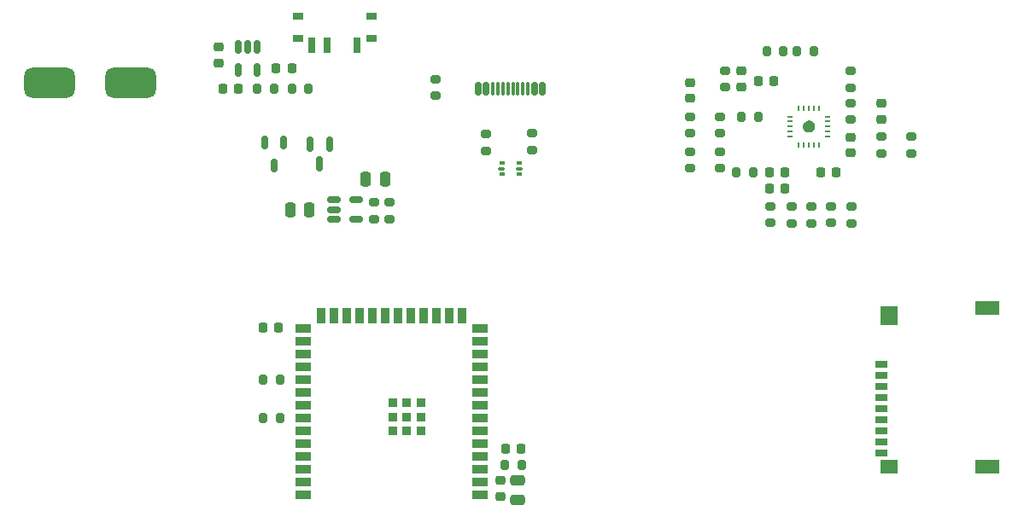
<source format=gtp>
G04 #@! TF.GenerationSoftware,KiCad,Pcbnew,8.0.0*
G04 #@! TF.CreationDate,2024-04-04T13:49:03-04:00*
G04 #@! TF.ProjectId,ecg_board,6563675f-626f-4617-9264-2e6b69636164,rev?*
G04 #@! TF.SameCoordinates,Original*
G04 #@! TF.FileFunction,Paste,Top*
G04 #@! TF.FilePolarity,Positive*
%FSLAX46Y46*%
G04 Gerber Fmt 4.6, Leading zero omitted, Abs format (unit mm)*
G04 Created by KiCad (PCBNEW 8.0.0) date 2024-04-04 13:49:03*
%MOMM*%
%LPD*%
G01*
G04 APERTURE LIST*
G04 Aperture macros list*
%AMRoundRect*
0 Rectangle with rounded corners*
0 $1 Rounding radius*
0 $2 $3 $4 $5 $6 $7 $8 $9 X,Y pos of 4 corners*
0 Add a 4 corners polygon primitive as box body*
4,1,4,$2,$3,$4,$5,$6,$7,$8,$9,$2,$3,0*
0 Add four circle primitives for the rounded corners*
1,1,$1+$1,$2,$3*
1,1,$1+$1,$4,$5*
1,1,$1+$1,$6,$7*
1,1,$1+$1,$8,$9*
0 Add four rect primitives between the rounded corners*
20,1,$1+$1,$2,$3,$4,$5,0*
20,1,$1+$1,$4,$5,$6,$7,0*
20,1,$1+$1,$6,$7,$8,$9,0*
20,1,$1+$1,$8,$9,$2,$3,0*%
G04 Aperture macros list end*
%ADD10C,0.127000*%
%ADD11RoundRect,0.750000X-1.750000X-0.750000X1.750000X-0.750000X1.750000X0.750000X-1.750000X0.750000X0*%
%ADD12RoundRect,0.200000X0.275000X-0.200000X0.275000X0.200000X-0.275000X0.200000X-0.275000X-0.200000X0*%
%ADD13RoundRect,0.200000X0.200000X0.275000X-0.200000X0.275000X-0.200000X-0.275000X0.200000X-0.275000X0*%
%ADD14RoundRect,0.200000X-0.275000X0.200000X-0.275000X-0.200000X0.275000X-0.200000X0.275000X0.200000X0*%
%ADD15RoundRect,0.225000X-0.225000X-0.250000X0.225000X-0.250000X0.225000X0.250000X-0.225000X0.250000X0*%
%ADD16RoundRect,0.250000X0.250000X0.475000X-0.250000X0.475000X-0.250000X-0.475000X0.250000X-0.475000X0*%
%ADD17RoundRect,0.150000X-0.150000X0.587500X-0.150000X-0.587500X0.150000X-0.587500X0.150000X0.587500X0*%
%ADD18R,1.000000X0.800000*%
%ADD19R,0.700000X1.500000*%
%ADD20RoundRect,0.225000X-0.250000X0.225000X-0.250000X-0.225000X0.250000X-0.225000X0.250000X0.225000X0*%
%ADD21RoundRect,0.225000X0.225000X0.250000X-0.225000X0.250000X-0.225000X-0.250000X0.225000X-0.250000X0*%
%ADD22RoundRect,0.200000X-0.200000X-0.275000X0.200000X-0.275000X0.200000X0.275000X-0.200000X0.275000X0*%
%ADD23RoundRect,0.250000X-0.250000X-0.475000X0.250000X-0.475000X0.250000X0.475000X-0.250000X0.475000X0*%
%ADD24RoundRect,0.150000X-0.150000X0.512500X-0.150000X-0.512500X0.150000X-0.512500X0.150000X0.512500X0*%
%ADD25R,0.250000X0.500000*%
%ADD26R,0.500000X0.250000*%
%ADD27R,0.900000X0.900000*%
%ADD28R,1.500000X0.900000*%
%ADD29R,0.900000X1.500000*%
%ADD30RoundRect,0.225000X0.250000X-0.225000X0.250000X0.225000X-0.250000X0.225000X-0.250000X-0.225000X0*%
%ADD31RoundRect,0.150000X-0.512500X-0.150000X0.512500X-0.150000X0.512500X0.150000X-0.512500X0.150000X0*%
%ADD32RoundRect,0.218750X-0.218750X-0.256250X0.218750X-0.256250X0.218750X0.256250X-0.218750X0.256250X0*%
%ADD33RoundRect,0.250000X-0.475000X0.250000X-0.475000X-0.250000X0.475000X-0.250000X0.475000X0.250000X0*%
%ADD34RoundRect,0.093750X0.156250X0.093750X-0.156250X0.093750X-0.156250X-0.093750X0.156250X-0.093750X0*%
%ADD35RoundRect,0.075000X0.250000X0.075000X-0.250000X0.075000X-0.250000X-0.075000X0.250000X-0.075000X0*%
%ADD36R,1.300000X0.700000*%
%ADD37R,1.651000X1.447800*%
%ADD38R,2.438400X1.447800*%
%ADD39R,1.651000X1.854200*%
%ADD40RoundRect,0.150000X0.150000X0.500000X-0.150000X0.500000X-0.150000X-0.500000X0.150000X-0.500000X0*%
%ADD41RoundRect,0.075000X0.075000X0.575000X-0.075000X0.575000X-0.075000X-0.575000X0.075000X-0.575000X0*%
G04 APERTURE END LIST*
D10*
X179552000Y-69818000D02*
X179578000Y-69820000D01*
X179604000Y-69823000D01*
X179631000Y-69828000D01*
X179656000Y-69834000D01*
X179682000Y-69842000D01*
X179707000Y-69851000D01*
X179732000Y-69861000D01*
X179756000Y-69872000D01*
X179779000Y-69885000D01*
X179802000Y-69899000D01*
X179824000Y-69914000D01*
X179845000Y-69930000D01*
X179865000Y-69947000D01*
X179884000Y-69966000D01*
X179903000Y-69985000D01*
X179920000Y-70005000D01*
X179936000Y-70026000D01*
X179951000Y-70048000D01*
X179965000Y-70071000D01*
X179978000Y-70094000D01*
X179989000Y-70118000D01*
X179999000Y-70143000D01*
X180008000Y-70168000D01*
X180016000Y-70194000D01*
X180022000Y-70219000D01*
X180027000Y-70246000D01*
X180030000Y-70272000D01*
X180032000Y-70298000D01*
X180033000Y-70325000D01*
X180032000Y-70352000D01*
X180030000Y-70378000D01*
X180027000Y-70404000D01*
X180022000Y-70431000D01*
X180016000Y-70456000D01*
X180008000Y-70482000D01*
X179999000Y-70507000D01*
X179989000Y-70532000D01*
X179978000Y-70556000D01*
X179965000Y-70579000D01*
X179951000Y-70602000D01*
X179936000Y-70624000D01*
X179920000Y-70645000D01*
X179903000Y-70665000D01*
X179884000Y-70684000D01*
X179865000Y-70703000D01*
X179845000Y-70720000D01*
X179824000Y-70736000D01*
X179802000Y-70751000D01*
X179779000Y-70765000D01*
X179756000Y-70778000D01*
X179732000Y-70789000D01*
X179707000Y-70799000D01*
X179682000Y-70808000D01*
X179656000Y-70816000D01*
X179631000Y-70822000D01*
X179604000Y-70827000D01*
X179578000Y-70830000D01*
X179552000Y-70832000D01*
X179525000Y-70833000D01*
X179498000Y-70832000D01*
X179472000Y-70830000D01*
X179446000Y-70827000D01*
X179419000Y-70822000D01*
X179394000Y-70816000D01*
X179368000Y-70808000D01*
X179343000Y-70799000D01*
X179318000Y-70789000D01*
X179294000Y-70778000D01*
X179271000Y-70765000D01*
X179248000Y-70751000D01*
X179226000Y-70736000D01*
X179205000Y-70720000D01*
X179185000Y-70703000D01*
X179166000Y-70684000D01*
X179147000Y-70665000D01*
X179130000Y-70645000D01*
X179114000Y-70624000D01*
X179099000Y-70602000D01*
X179085000Y-70579000D01*
X179072000Y-70556000D01*
X179061000Y-70532000D01*
X179051000Y-70507000D01*
X179042000Y-70482000D01*
X179034000Y-70456000D01*
X179028000Y-70431000D01*
X179023000Y-70404000D01*
X179020000Y-70378000D01*
X179018000Y-70352000D01*
X179017000Y-70325000D01*
X179018000Y-70298000D01*
X179020000Y-70272000D01*
X179023000Y-70246000D01*
X179028000Y-70219000D01*
X179034000Y-70194000D01*
X179042000Y-70168000D01*
X179051000Y-70143000D01*
X179061000Y-70118000D01*
X179072000Y-70094000D01*
X179085000Y-70071000D01*
X179099000Y-70048000D01*
X179114000Y-70026000D01*
X179130000Y-70005000D01*
X179147000Y-69985000D01*
X179166000Y-69966000D01*
X179185000Y-69947000D01*
X179205000Y-69930000D01*
X179226000Y-69914000D01*
X179248000Y-69899000D01*
X179271000Y-69885000D01*
X179294000Y-69872000D01*
X179318000Y-69861000D01*
X179343000Y-69851000D01*
X179368000Y-69842000D01*
X179394000Y-69834000D01*
X179419000Y-69828000D01*
X179446000Y-69823000D01*
X179472000Y-69820000D01*
X179498000Y-69818000D01*
X179525000Y-69817000D01*
X179552000Y-69818000D01*
G36*
X179552000Y-69818000D02*
G01*
X179578000Y-69820000D01*
X179604000Y-69823000D01*
X179631000Y-69828000D01*
X179656000Y-69834000D01*
X179682000Y-69842000D01*
X179707000Y-69851000D01*
X179732000Y-69861000D01*
X179756000Y-69872000D01*
X179779000Y-69885000D01*
X179802000Y-69899000D01*
X179824000Y-69914000D01*
X179845000Y-69930000D01*
X179865000Y-69947000D01*
X179884000Y-69966000D01*
X179903000Y-69985000D01*
X179920000Y-70005000D01*
X179936000Y-70026000D01*
X179951000Y-70048000D01*
X179965000Y-70071000D01*
X179978000Y-70094000D01*
X179989000Y-70118000D01*
X179999000Y-70143000D01*
X180008000Y-70168000D01*
X180016000Y-70194000D01*
X180022000Y-70219000D01*
X180027000Y-70246000D01*
X180030000Y-70272000D01*
X180032000Y-70298000D01*
X180033000Y-70325000D01*
X180032000Y-70352000D01*
X180030000Y-70378000D01*
X180027000Y-70404000D01*
X180022000Y-70431000D01*
X180016000Y-70456000D01*
X180008000Y-70482000D01*
X179999000Y-70507000D01*
X179989000Y-70532000D01*
X179978000Y-70556000D01*
X179965000Y-70579000D01*
X179951000Y-70602000D01*
X179936000Y-70624000D01*
X179920000Y-70645000D01*
X179903000Y-70665000D01*
X179884000Y-70684000D01*
X179865000Y-70703000D01*
X179845000Y-70720000D01*
X179824000Y-70736000D01*
X179802000Y-70751000D01*
X179779000Y-70765000D01*
X179756000Y-70778000D01*
X179732000Y-70789000D01*
X179707000Y-70799000D01*
X179682000Y-70808000D01*
X179656000Y-70816000D01*
X179631000Y-70822000D01*
X179604000Y-70827000D01*
X179578000Y-70830000D01*
X179552000Y-70832000D01*
X179525000Y-70833000D01*
X179498000Y-70832000D01*
X179472000Y-70830000D01*
X179446000Y-70827000D01*
X179419000Y-70822000D01*
X179394000Y-70816000D01*
X179368000Y-70808000D01*
X179343000Y-70799000D01*
X179318000Y-70789000D01*
X179294000Y-70778000D01*
X179271000Y-70765000D01*
X179248000Y-70751000D01*
X179226000Y-70736000D01*
X179205000Y-70720000D01*
X179185000Y-70703000D01*
X179166000Y-70684000D01*
X179147000Y-70665000D01*
X179130000Y-70645000D01*
X179114000Y-70624000D01*
X179099000Y-70602000D01*
X179085000Y-70579000D01*
X179072000Y-70556000D01*
X179061000Y-70532000D01*
X179051000Y-70507000D01*
X179042000Y-70482000D01*
X179034000Y-70456000D01*
X179028000Y-70431000D01*
X179023000Y-70404000D01*
X179020000Y-70378000D01*
X179018000Y-70352000D01*
X179017000Y-70325000D01*
X179018000Y-70298000D01*
X179020000Y-70272000D01*
X179023000Y-70246000D01*
X179028000Y-70219000D01*
X179034000Y-70194000D01*
X179042000Y-70168000D01*
X179051000Y-70143000D01*
X179061000Y-70118000D01*
X179072000Y-70094000D01*
X179085000Y-70071000D01*
X179099000Y-70048000D01*
X179114000Y-70026000D01*
X179130000Y-70005000D01*
X179147000Y-69985000D01*
X179166000Y-69966000D01*
X179185000Y-69947000D01*
X179205000Y-69930000D01*
X179226000Y-69914000D01*
X179248000Y-69899000D01*
X179271000Y-69885000D01*
X179294000Y-69872000D01*
X179318000Y-69861000D01*
X179343000Y-69851000D01*
X179368000Y-69842000D01*
X179394000Y-69834000D01*
X179419000Y-69828000D01*
X179446000Y-69823000D01*
X179472000Y-69820000D01*
X179498000Y-69818000D01*
X179525000Y-69817000D01*
X179552000Y-69818000D01*
G37*
D11*
X112250000Y-66000000D03*
X104250000Y-66000000D03*
D12*
X179750000Y-79925000D03*
X179750000Y-78275000D03*
D13*
X174500000Y-69325000D03*
X172850000Y-69325000D03*
D14*
X171175000Y-64775000D03*
X171175000Y-66425000D03*
D15*
X180675000Y-74825000D03*
X182225000Y-74825000D03*
D14*
X183675000Y-64825000D03*
X183675000Y-66475000D03*
D12*
X181675000Y-79900000D03*
X181675000Y-78250000D03*
D16*
X137487500Y-75550000D03*
X135587500Y-75550000D03*
D17*
X131987500Y-72112500D03*
X130087500Y-72112500D03*
X131037500Y-73987500D03*
D14*
X189675000Y-71325000D03*
X189675000Y-72975000D03*
D18*
X136150000Y-61610000D03*
X136150000Y-59400000D03*
X128850000Y-61610000D03*
X128850000Y-59400000D03*
D19*
X134750000Y-62260000D03*
X131750000Y-62260000D03*
X130250000Y-62260000D03*
D20*
X172850000Y-64825000D03*
X172850000Y-66375000D03*
D14*
X142500000Y-65600000D03*
X142500000Y-67250000D03*
D13*
X174000000Y-74825000D03*
X172350000Y-74825000D03*
D21*
X176050000Y-65825000D03*
X174500000Y-65825000D03*
X177175000Y-74825000D03*
X175625000Y-74825000D03*
D14*
X136400000Y-77850000D03*
X136400000Y-79500000D03*
D22*
X178350000Y-62825000D03*
X180000000Y-62825000D03*
D23*
X128087500Y-78550000D03*
X129987500Y-78550000D03*
D21*
X177175000Y-76500000D03*
X175625000Y-76500000D03*
D20*
X148925000Y-105450000D03*
X148925000Y-107000000D03*
D24*
X127437500Y-71912500D03*
X125537500Y-71912500D03*
X126487500Y-74187500D03*
D22*
X125425000Y-99250000D03*
X127075000Y-99250000D03*
D12*
X167750000Y-74475000D03*
X167750000Y-72825000D03*
D13*
X129900000Y-66587500D03*
X128250000Y-66587500D03*
D12*
X177800000Y-79925000D03*
X177800000Y-78275000D03*
X170675000Y-74475000D03*
X170675000Y-72825000D03*
D14*
X152100000Y-71000000D03*
X152100000Y-72650000D03*
D12*
X170675000Y-70975000D03*
X170675000Y-69325000D03*
D25*
X178525000Y-72175000D03*
X179025000Y-72175000D03*
X179525000Y-72175000D03*
X180025000Y-72175000D03*
X180525000Y-72175000D03*
D26*
X181375000Y-71325000D03*
X181375000Y-70825000D03*
X181375000Y-70325000D03*
X181375000Y-69825000D03*
X181375000Y-69325000D03*
D25*
X180525000Y-68475000D03*
X180025000Y-68475000D03*
X179525000Y-68475000D03*
X179025000Y-68475000D03*
X178525000Y-68475000D03*
D26*
X177675000Y-69325000D03*
X177675000Y-69825000D03*
X177675000Y-70325000D03*
X177675000Y-70825000D03*
X177675000Y-71325000D03*
D27*
X141075000Y-100530000D03*
X141075000Y-99130000D03*
X141075000Y-97730000D03*
X139675000Y-100530000D03*
X139675000Y-99130000D03*
X139675000Y-97730000D03*
X138275000Y-100530000D03*
X138275000Y-99130000D03*
X138275000Y-97730000D03*
D28*
X146925000Y-106850000D03*
X146925000Y-105580000D03*
X146925000Y-104310000D03*
X146925000Y-103040000D03*
X146925000Y-101770000D03*
X146925000Y-100500000D03*
X146925000Y-99230000D03*
X146925000Y-97960000D03*
X146925000Y-96690000D03*
X146925000Y-95420000D03*
X146925000Y-94150000D03*
X146925000Y-92880000D03*
X146925000Y-91610000D03*
X146925000Y-90340000D03*
D29*
X145160000Y-89090000D03*
X143890000Y-89090000D03*
X142620000Y-89090000D03*
X141350000Y-89090000D03*
X140080000Y-89090000D03*
X138810000Y-89090000D03*
X137540000Y-89090000D03*
X136270000Y-89090000D03*
X135000000Y-89090000D03*
X133730000Y-89090000D03*
X132460000Y-89090000D03*
X131190000Y-89090000D03*
D28*
X129425000Y-90340000D03*
X129425000Y-91610000D03*
X129425000Y-92880000D03*
X129425000Y-94150000D03*
X129425000Y-95420000D03*
X129425000Y-96690000D03*
X129425000Y-97960000D03*
X129425000Y-99230000D03*
X129425000Y-100500000D03*
X129425000Y-101770000D03*
X129425000Y-103040000D03*
X129425000Y-104310000D03*
X129425000Y-105580000D03*
X129425000Y-106850000D03*
D12*
X183750000Y-79925000D03*
X183750000Y-78275000D03*
D30*
X183675000Y-72925000D03*
X183675000Y-71375000D03*
D21*
X126975000Y-90300000D03*
X125425000Y-90300000D03*
D22*
X124850000Y-66587500D03*
X126500000Y-66587500D03*
D31*
X132400000Y-77600000D03*
X132400000Y-78550000D03*
X132400000Y-79500000D03*
X134675000Y-79500000D03*
X134675000Y-77600000D03*
D15*
X149425000Y-102300000D03*
X150975000Y-102300000D03*
D13*
X177000000Y-62825000D03*
X175350000Y-62825000D03*
D14*
X186675000Y-71325000D03*
X186675000Y-72975000D03*
D20*
X186675000Y-68050000D03*
X186675000Y-69600000D03*
D14*
X147500000Y-71075000D03*
X147500000Y-72725000D03*
D24*
X124850000Y-62450000D03*
X123900000Y-62450000D03*
X122950000Y-62450000D03*
X122950000Y-64725000D03*
X124850000Y-64725000D03*
D32*
X126675000Y-64500000D03*
X128250000Y-64500000D03*
D13*
X151050000Y-103900000D03*
X149400000Y-103900000D03*
D12*
X137900000Y-79500000D03*
X137900000Y-77850000D03*
D30*
X167750000Y-67525000D03*
X167750000Y-65975000D03*
D33*
X150675000Y-105450000D03*
X150675000Y-107350000D03*
D34*
X150775000Y-75037500D03*
D35*
X150850000Y-74500000D03*
D34*
X150775000Y-73962500D03*
X149075000Y-73962500D03*
D35*
X149000000Y-74500000D03*
D34*
X149075000Y-75037500D03*
D22*
X125425000Y-95420000D03*
X127075000Y-95420000D03*
D15*
X121400000Y-66587500D03*
X122950000Y-66587500D03*
D36*
X186726200Y-93900000D03*
X186726200Y-95000000D03*
X186726200Y-96100000D03*
X186726200Y-97200000D03*
X186726200Y-98300000D03*
X186726200Y-99400000D03*
X186726200Y-100500000D03*
X186726200Y-101600000D03*
X186726200Y-102700000D03*
D37*
X187500000Y-104118400D03*
D38*
X197200000Y-104118400D03*
X197200000Y-88293600D03*
D39*
X187500000Y-89068600D03*
D12*
X175675000Y-79900000D03*
X175675000Y-78250000D03*
D40*
X153125000Y-66565000D03*
X152325000Y-66565000D03*
D41*
X151175000Y-66565000D03*
X150175000Y-66565000D03*
X149675000Y-66565000D03*
X148675000Y-66565000D03*
D40*
X147525000Y-66565000D03*
X146725000Y-66565000D03*
X146725000Y-66565000D03*
X147525000Y-66565000D03*
D41*
X148175000Y-66565000D03*
X149175000Y-66565000D03*
X150675000Y-66565000D03*
X151675000Y-66565000D03*
D40*
X152325000Y-66565000D03*
X153125000Y-66565000D03*
D14*
X183675000Y-68000000D03*
X183675000Y-69650000D03*
D30*
X121000000Y-64000000D03*
X121000000Y-62450000D03*
D12*
X167750000Y-70975000D03*
X167750000Y-69325000D03*
M02*

</source>
